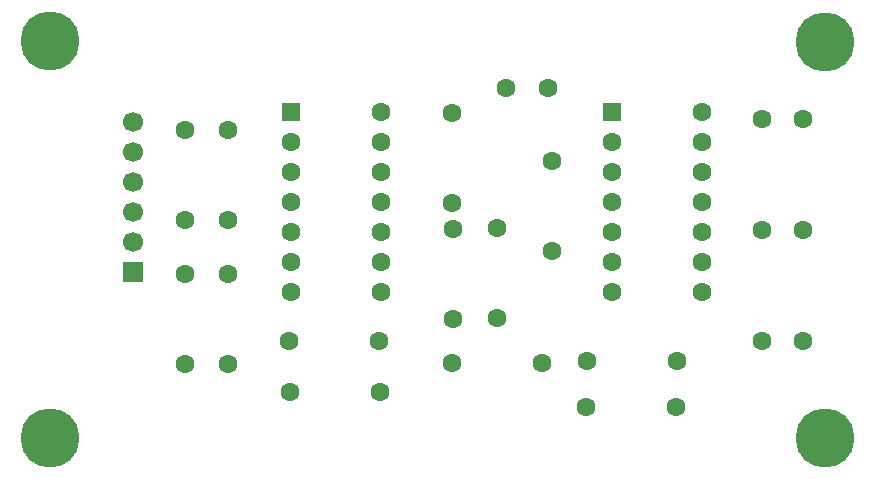
<source format=gbr>
%TF.GenerationSoftware,KiCad,Pcbnew,9.0.4*%
%TF.CreationDate,2025-11-14T19:48:19-06:00*%
%TF.ProjectId,instrument_amplifier,696e7374-7275-46d6-956e-745f616d706c,rev?*%
%TF.SameCoordinates,Original*%
%TF.FileFunction,Soldermask,Bot*%
%TF.FilePolarity,Negative*%
%FSLAX46Y46*%
G04 Gerber Fmt 4.6, Leading zero omitted, Abs format (unit mm)*
G04 Created by KiCad (PCBNEW 9.0.4) date 2025-11-14 19:48:19*
%MOMM*%
%LPD*%
G01*
G04 APERTURE LIST*
G04 Aperture macros list*
%AMRoundRect*
0 Rectangle with rounded corners*
0 $1 Rounding radius*
0 $2 $3 $4 $5 $6 $7 $8 $9 X,Y pos of 4 corners*
0 Add a 4 corners polygon primitive as box body*
4,1,4,$2,$3,$4,$5,$6,$7,$8,$9,$2,$3,0*
0 Add four circle primitives for the rounded corners*
1,1,$1+$1,$2,$3*
1,1,$1+$1,$4,$5*
1,1,$1+$1,$6,$7*
1,1,$1+$1,$8,$9*
0 Add four rect primitives between the rounded corners*
20,1,$1+$1,$2,$3,$4,$5,0*
20,1,$1+$1,$4,$5,$6,$7,0*
20,1,$1+$1,$6,$7,$8,$9,0*
20,1,$1+$1,$8,$9,$2,$3,0*%
G04 Aperture macros list end*
%ADD10R,1.700000X1.700000*%
%ADD11C,1.700000*%
%ADD12C,1.600000*%
%ADD13RoundRect,0.250000X-0.550000X-0.550000X0.550000X-0.550000X0.550000X0.550000X-0.550000X0.550000X0*%
%ADD14C,5.000000*%
G04 APERTURE END LIST*
D10*
%TO.C,J1*%
X61780000Y-63390000D03*
D11*
X61780000Y-60850000D03*
X61780000Y-58310000D03*
X61780000Y-55770000D03*
X61780000Y-53230000D03*
X61780000Y-50690000D03*
%TD*%
D12*
%TO.C,U2*%
X109935000Y-49790000D03*
X109935000Y-52330000D03*
X109935000Y-54870000D03*
X109935000Y-57410000D03*
X109935000Y-59950000D03*
X109935000Y-62490000D03*
X109935000Y-65030000D03*
X102315000Y-65030000D03*
X102315000Y-62490000D03*
X102315000Y-59950000D03*
X102315000Y-57410000D03*
X102315000Y-54870000D03*
X102315000Y-52330000D03*
D13*
X102315000Y-49790000D03*
%TD*%
D14*
%TO.C,H4*%
X54800000Y-77370000D03*
%TD*%
%TO.C,H3*%
X120370000Y-77410000D03*
%TD*%
%TO.C,H2*%
X120390000Y-43840000D03*
%TD*%
%TO.C,H1*%
X54810000Y-43780000D03*
%TD*%
D12*
%TO.C,R3*%
X66190000Y-63490000D03*
X66190000Y-71110000D03*
%TD*%
%TO.C,R5*%
X69820000Y-63500000D03*
X69820000Y-71120000D03*
%TD*%
%TO.C,R2*%
X69810000Y-51370000D03*
X69810000Y-58990000D03*
%TD*%
%TO.C,R7*%
X88795000Y-49890000D03*
X88795000Y-57510000D03*
%TD*%
%TO.C,R1*%
X66190000Y-51320000D03*
X66190000Y-58940000D03*
%TD*%
%TO.C,R4*%
X92590000Y-59660000D03*
X92590000Y-67280000D03*
%TD*%
%TO.C,R10*%
X88770000Y-71030000D03*
X96390000Y-71030000D03*
%TD*%
%TO.C,R6*%
X88860000Y-67300000D03*
X88860000Y-59680000D03*
%TD*%
%TO.C,C3*%
X115020000Y-59770000D03*
X118520000Y-59770000D03*
%TD*%
%TO.C,C1*%
X93410000Y-47800000D03*
X96910000Y-47800000D03*
%TD*%
%TO.C,R9*%
X75100000Y-73550000D03*
X82720000Y-73550000D03*
%TD*%
%TO.C,R12*%
X100240000Y-70920000D03*
X107860000Y-70920000D03*
%TD*%
%TO.C,C2*%
X115020000Y-50370000D03*
X118520000Y-50370000D03*
%TD*%
%TO.C,R11*%
X97290000Y-53980000D03*
X97290000Y-61600000D03*
%TD*%
D13*
%TO.C,U1*%
X75175000Y-49790000D03*
D12*
X75175000Y-52330000D03*
X75175000Y-54870000D03*
X75175000Y-57410000D03*
X75175000Y-59950000D03*
X75175000Y-62490000D03*
X75175000Y-65030000D03*
X82795000Y-65030000D03*
X82795000Y-62490000D03*
X82795000Y-59950000D03*
X82795000Y-57410000D03*
X82795000Y-54870000D03*
X82795000Y-52330000D03*
X82795000Y-49790000D03*
%TD*%
%TO.C,R8*%
X75000000Y-69230000D03*
X82620000Y-69230000D03*
%TD*%
%TO.C,C4*%
X115020000Y-69170000D03*
X118520000Y-69170000D03*
%TD*%
%TO.C,R13*%
X100190000Y-74770000D03*
X107810000Y-74770000D03*
%TD*%
M02*

</source>
